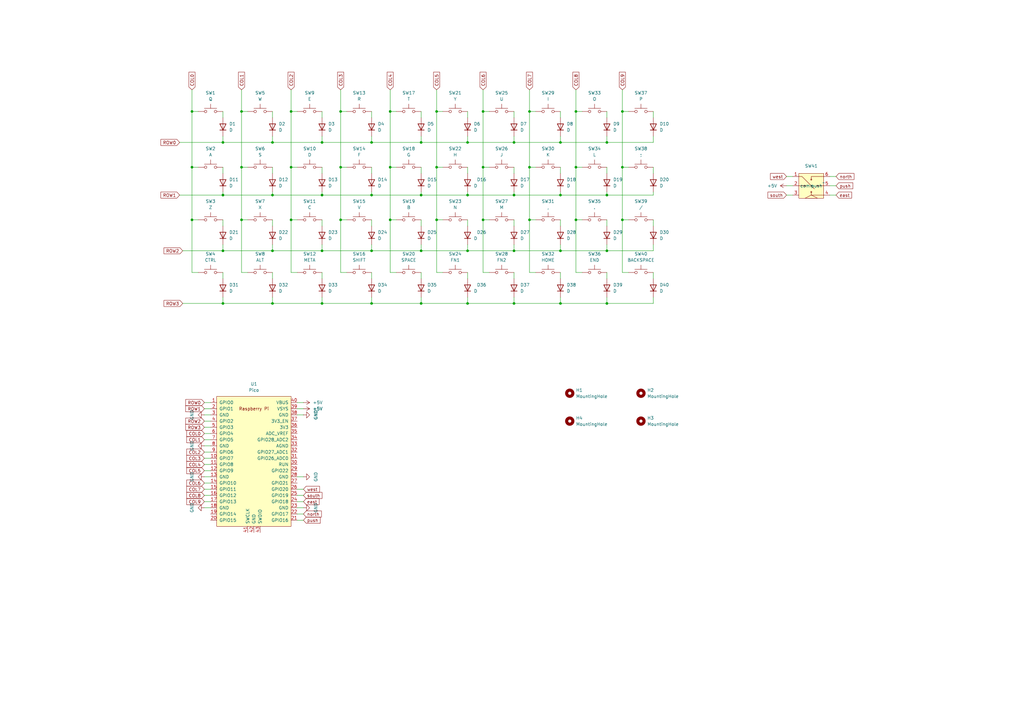
<source format=kicad_sch>
(kicad_sch (version 20250114) (generator "eeschema") (generator_version "9.0")
  (paper "A3")
  (title_block (title "brownberrypi"))
  (junction (at 152.4 58.42))
  (junction (at 248.92 102.87))
  (junction (at 248.92 124.46))
  (junction (at 217.17 90.17))
  (junction (at 255.27 45.72))
  (junction (at 179.07 68.58))
  (junction (at 172.72 80.01))
  (junction (at 132.08 124.46))
  (junction (at 191.77 58.42))
  (junction (at 179.07 90.17))
  (junction (at 91.44 124.46))
  (junction (at 191.77 124.46))
  (junction (at 78.74 45.72))
  (junction (at 78.74 68.58))
  (junction (at 179.07 45.72))
  (junction (at 160.02 68.58))
  (junction (at 152.4 102.87))
  (junction (at 248.92 58.42))
  (junction (at 139.7 68.58))
  (junction (at 132.08 102.87))
  (junction (at 191.77 80.01))
  (junction (at 210.82 102.87))
  (junction (at 191.77 102.87))
  (junction (at 139.7 45.72))
  (junction (at 236.22 68.58))
  (junction (at 111.76 124.46))
  (junction (at 91.44 80.01))
  (junction (at 111.76 80.01))
  (junction (at 198.12 68.58))
  (junction (at 160.02 90.17))
  (junction (at 152.4 124.46))
  (junction (at 119.38 90.17))
  (junction (at 255.27 90.17))
  (junction (at 111.76 58.42))
  (junction (at 236.22 45.72))
  (junction (at 217.17 68.58))
  (junction (at 78.74 90.17))
  (junction (at 229.87 124.46))
  (junction (at 119.38 68.58))
  (junction (at 255.27 68.58))
  (junction (at 111.76 102.87))
  (junction (at 139.7 90.17))
  (junction (at 119.38 45.72))
  (junction (at 229.87 80.01))
  (junction (at 99.06 90.17))
  (junction (at 210.82 58.42))
  (junction (at 132.08 80.01))
  (junction (at 198.12 90.17))
  (junction (at 99.06 68.58))
  (junction (at 172.72 124.46))
  (junction (at 160.02 45.72))
  (junction (at 132.08 58.42))
  (junction (at 217.17 45.72))
  (junction (at 210.82 80.01))
  (junction (at 91.44 58.42))
  (junction (at 229.87 58.42))
  (junction (at 210.82 124.46))
  (junction (at 172.72 102.87))
  (junction (at 152.4 80.01))
  (junction (at 248.92 80.01))
  (junction (at 236.22 90.17))
  (junction (at 99.06 45.72))
  (junction (at 91.44 102.87))
  (junction (at 229.87 102.87))
  (junction (at 198.12 45.72))
  (junction (at 172.72 58.42))
  (wire (pts (xy 121.92 195.58) (xy 124.46 195.58)))
  (wire (pts (xy 91.44 100.33) (xy 91.44 102.87)))
  (wire (pts (xy 111.76 111.76) (xy 111.76 114.3)))
  (wire (pts (xy 111.76 68.58) (xy 111.76 71.12)))
  (wire (pts (xy 322.58 80.01) (xy 325.12 80.01)))
  (wire (pts (xy 83.82 195.58) (xy 86.36 195.58)))
  (wire (pts (xy 83.82 198.12) (xy 86.36 198.12)))
  (wire (pts (xy 119.38 111.76) (xy 121.92 111.76)))
  (wire (pts (xy 121.92 45.72) (xy 119.38 45.72)))
  (wire (pts (xy 229.87 124.46) (xy 210.82 124.46)))
  (wire (pts (xy 340.36 76.2) (xy 342.9 76.2)))
  (wire (pts (xy 172.72 58.42) (xy 191.77 58.42)))
  (wire (pts (xy 267.97 68.58) (xy 267.97 71.12)))
  (wire (pts (xy 248.92 102.87) (xy 267.97 102.87)))
  (wire (pts (xy 229.87 111.76) (xy 229.87 114.3)))
  (wire (pts (xy 160.02 45.72) (xy 162.56 45.72)))
  (wire (pts (xy 191.77 78.74) (xy 191.77 80.01)))
  (wire (pts (xy 179.07 90.17) (xy 179.07 111.76)))
  (wire (pts (xy 99.06 90.17) (xy 99.06 111.76)))
  (wire (pts (xy 91.44 78.74) (xy 91.44 80.01)))
  (wire (pts (xy 132.08 100.33) (xy 132.08 102.87)))
  (wire (pts (xy 152.4 111.76) (xy 152.4 114.3)))
  (wire (pts (xy 229.87 78.74) (xy 229.87 80.01)))
  (wire (pts (xy 119.38 68.58) (xy 121.92 68.58)))
  (wire (pts (xy 179.07 45.72) (xy 179.07 68.58)))
  (wire (pts (xy 83.82 172.72) (xy 86.36 172.72)))
  (wire (pts (xy 91.44 45.72) (xy 91.44 48.26)))
  (wire (pts (xy 152.4 124.46) (xy 132.08 124.46)))
  (wire (pts (xy 99.06 90.17) (xy 101.6 90.17)))
  (wire (pts (xy 132.08 68.58) (xy 132.08 71.12)))
  (wire (pts (xy 236.22 111.76) (xy 238.76 111.76)))
  (wire (pts (xy 198.12 45.72) (xy 198.12 68.58)))
  (wire (pts (xy 111.76 78.74) (xy 111.76 80.01)))
  (wire (pts (xy 111.76 90.17) (xy 111.76 92.71)))
  (wire (pts (xy 91.44 121.92) (xy 91.44 124.46)))
  (wire (pts (xy 83.82 208.28) (xy 86.36 208.28)))
  (wire (pts (xy 198.12 90.17) (xy 200.66 90.17)))
  (wire (pts (xy 229.87 80.01) (xy 248.92 80.01)))
  (wire (pts (xy 121.92 213.36) (xy 124.46 213.36)))
  (wire (pts (xy 172.72 111.76) (xy 172.72 114.3)))
  (wire (pts (xy 132.08 55.88) (xy 132.08 58.42)))
  (wire (pts (xy 121.92 203.2) (xy 124.46 203.2)))
  (wire (pts (xy 198.12 90.17) (xy 198.12 111.76)))
  (wire (pts (xy 160.02 90.17) (xy 162.56 90.17)))
  (wire (pts (xy 172.72 80.01) (xy 191.77 80.01)))
  (wire (pts (xy 191.77 124.46) (xy 172.72 124.46)))
  (wire (pts (xy 78.74 111.76) (xy 81.28 111.76)))
  (wire (pts (xy 83.82 167.64) (xy 86.36 167.64)))
  (wire (pts (xy 217.17 90.17) (xy 219.71 90.17)))
  (wire (pts (xy 198.12 36.83) (xy 198.12 45.72)))
  (wire (pts (xy 267.97 102.87) (xy 267.97 100.33)))
  (wire (pts (xy 132.08 124.46) (xy 111.76 124.46)))
  (wire (pts (xy 255.27 68.58) (xy 255.27 90.17)))
  (wire (pts (xy 248.92 90.17) (xy 248.92 92.71)))
  (wire (pts (xy 111.76 124.46) (xy 91.44 124.46)))
  (wire (pts (xy 152.4 55.88) (xy 152.4 58.42)))
  (wire (pts (xy 152.4 90.17) (xy 152.4 92.71)))
  (wire (pts (xy 160.02 36.83) (xy 160.02 45.72)))
  (wire (pts (xy 255.27 90.17) (xy 257.81 90.17)))
  (wire (pts (xy 179.07 36.83) (xy 179.07 45.72)))
  (wire (pts (xy 152.4 121.92) (xy 152.4 124.46)))
  (wire (pts (xy 210.82 55.88) (xy 210.82 58.42)))
  (wire (pts (xy 78.74 45.72) (xy 81.28 45.72)))
  (wire (pts (xy 78.74 45.72) (xy 78.74 68.58)))
  (wire (pts (xy 179.07 68.58) (xy 181.61 68.58)))
  (wire (pts (xy 248.92 58.42) (xy 267.97 58.42)))
  (wire (pts (xy 83.82 182.88) (xy 86.36 182.88)))
  (wire (pts (xy 267.97 45.72) (xy 267.97 48.26)))
  (wire (pts (xy 191.77 45.72) (xy 191.77 48.26)))
  (wire (pts (xy 78.74 36.83) (xy 78.74 45.72)))
  (wire (pts (xy 139.7 45.72) (xy 139.7 68.58)))
  (wire (pts (xy 255.27 36.83) (xy 255.27 45.72)))
  (wire (pts (xy 248.92 124.46) (xy 267.97 124.46)))
  (wire (pts (xy 179.07 45.72) (xy 181.61 45.72)))
  (wire (pts (xy 248.92 121.92) (xy 248.92 124.46)))
  (wire (pts (xy 83.82 170.18) (xy 86.36 170.18)))
  (wire (pts (xy 99.06 68.58) (xy 101.6 68.58)))
  (wire (pts (xy 217.17 68.58) (xy 219.71 68.58)))
  (wire (pts (xy 229.87 45.72) (xy 229.87 48.26)))
  (wire (pts (xy 132.08 80.01) (xy 152.4 80.01)))
  (wire (pts (xy 152.4 68.58) (xy 152.4 71.12)))
  (wire (pts (xy 152.4 100.33) (xy 152.4 102.87)))
  (wire (pts (xy 255.27 45.72) (xy 257.81 45.72)))
  (wire (pts (xy 248.92 111.76) (xy 248.92 114.3)))
  (wire (pts (xy 152.4 102.87) (xy 172.72 102.87)))
  (wire (pts (xy 229.87 58.42) (xy 248.92 58.42)))
  (wire (pts (xy 236.22 68.58) (xy 238.76 68.58)))
  (wire (pts (xy 255.27 68.58) (xy 257.81 68.58)))
  (wire (pts (xy 83.82 200.66) (xy 86.36 200.66)))
  (wire (pts (xy 152.4 80.01) (xy 172.72 80.01)))
  (wire (pts (xy 172.72 45.72) (xy 172.72 48.26)))
  (wire (pts (xy 172.72 124.46) (xy 152.4 124.46)))
  (wire (pts (xy 139.7 90.17) (xy 142.24 90.17)))
  (wire (pts (xy 210.82 80.01) (xy 229.87 80.01)))
  (wire (pts (xy 229.87 102.87) (xy 248.92 102.87)))
  (wire (pts (xy 111.76 58.42) (xy 132.08 58.42)))
  (wire (pts (xy 172.72 78.74) (xy 172.72 80.01)))
  (wire (pts (xy 152.4 45.72) (xy 152.4 48.26)))
  (wire (pts (xy 210.82 102.87) (xy 229.87 102.87)))
  (wire (pts (xy 179.07 111.76) (xy 181.61 111.76)))
  (wire (pts (xy 99.06 111.76) (xy 101.6 111.76)))
  (wire (pts (xy 139.7 90.17) (xy 139.7 111.76)))
  (wire (pts (xy 132.08 78.74) (xy 132.08 80.01)))
  (wire (pts (xy 91.44 102.87) (xy 111.76 102.87)))
  (wire (pts (xy 236.22 90.17) (xy 238.76 90.17)))
  (wire (pts (xy 132.08 102.87) (xy 152.4 102.87)))
  (wire (pts (xy 132.08 90.17) (xy 132.08 92.71)))
  (wire (pts (xy 78.74 68.58) (xy 78.74 90.17)))
  (wire (pts (xy 191.77 80.01) (xy 210.82 80.01)))
  (wire (pts (xy 172.72 55.88) (xy 172.72 58.42)))
  (wire (pts (xy 119.38 68.58) (xy 119.38 90.17)))
  (wire (pts (xy 83.82 187.96) (xy 86.36 187.96)))
  (wire (pts (xy 236.22 90.17) (xy 236.22 111.76)))
  (wire (pts (xy 248.92 80.01) (xy 267.97 80.01)))
  (wire (pts (xy 83.82 180.34) (xy 86.36 180.34)))
  (wire (pts (xy 139.7 68.58) (xy 139.7 90.17)))
  (wire (pts (xy 160.02 68.58) (xy 160.02 90.17)))
  (wire (pts (xy 121.92 200.66) (xy 124.46 200.66)))
  (wire (pts (xy 236.22 36.83) (xy 236.22 45.72)))
  (wire (pts (xy 83.82 205.74) (xy 86.36 205.74)))
  (wire (pts (xy 121.92 167.64) (xy 124.46 167.64)))
  (wire (pts (xy 121.92 208.28) (xy 124.46 208.28)))
  (wire (pts (xy 119.38 45.72) (xy 119.38 68.58)))
  (wire (pts (xy 267.97 90.17) (xy 267.97 92.71)))
  (wire (pts (xy 236.22 45.72) (xy 238.76 45.72)))
  (wire (pts (xy 121.92 205.74) (xy 124.46 205.74)))
  (wire (pts (xy 132.08 58.42) (xy 152.4 58.42)))
  (wire (pts (xy 139.7 36.83) (xy 139.7 45.72)))
  (wire (pts (xy 91.44 58.42) (xy 111.76 58.42)))
  (wire (pts (xy 78.74 68.58) (xy 81.28 68.58)))
  (wire (pts (xy 217.17 68.58) (xy 217.17 90.17)))
  (wire (pts (xy 111.76 102.87) (xy 132.08 102.87)))
  (wire (pts (xy 111.76 80.01) (xy 132.08 80.01)))
  (wire (pts (xy 217.17 36.83) (xy 217.17 45.72)))
  (wire (pts (xy 99.06 36.83) (xy 99.06 45.72)))
  (wire (pts (xy 83.82 175.26) (xy 86.36 175.26)))
  (wire (pts (xy 83.82 190.5) (xy 86.36 190.5)))
  (wire (pts (xy 119.38 90.17) (xy 119.38 111.76)))
  (wire (pts (xy 248.92 55.88) (xy 248.92 58.42)))
  (wire (pts (xy 83.82 165.1) (xy 86.36 165.1)))
  (wire (pts (xy 160.02 111.76) (xy 162.56 111.76)))
  (wire (pts (xy 210.82 100.33) (xy 210.82 102.87)))
  (wire (pts (xy 267.97 111.76) (xy 267.97 114.3)))
  (wire (pts (xy 74.93 102.87) (xy 91.44 102.87)))
  (wire (pts (xy 217.17 45.72) (xy 219.71 45.72)))
  (wire (pts (xy 267.97 58.42) (xy 267.97 55.88)))
  (wire (pts (xy 210.82 124.46) (xy 191.77 124.46)))
  (wire (pts (xy 229.87 121.92) (xy 229.87 124.46)))
  (wire (pts (xy 255.27 45.72) (xy 255.27 68.58)))
  (wire (pts (xy 111.76 55.88) (xy 111.76 58.42)))
  (wire (pts (xy 83.82 193.04) (xy 86.36 193.04)))
  (wire (pts (xy 191.77 58.42) (xy 210.82 58.42)))
  (wire (pts (xy 78.74 90.17) (xy 81.28 90.17)))
  (wire (pts (xy 248.92 124.46) (xy 229.87 124.46)))
  (wire (pts (xy 91.44 90.17) (xy 91.44 92.71)))
  (wire (pts (xy 210.82 45.72) (xy 210.82 48.26)))
  (wire (pts (xy 217.17 111.76) (xy 219.71 111.76)))
  (wire (pts (xy 99.06 45.72) (xy 99.06 68.58)))
  (wire (pts (xy 340.36 80.01) (xy 342.9 80.01)))
  (wire (pts (xy 267.97 121.92) (xy 267.97 124.46)))
  (wire (pts (xy 210.82 90.17) (xy 210.82 92.71)))
  (wire (pts (xy 340.36 72.39) (xy 342.9 72.39)))
  (wire (pts (xy 172.72 100.33) (xy 172.72 102.87)))
  (wire (pts (xy 139.7 68.58) (xy 142.24 68.58)))
  (wire (pts (xy 210.82 68.58) (xy 210.82 71.12)))
  (wire (pts (xy 248.92 45.72) (xy 248.92 48.26)))
  (wire (pts (xy 111.76 45.72) (xy 111.76 48.26)))
  (wire (pts (xy 255.27 90.17) (xy 255.27 111.76)))
  (wire (pts (xy 160.02 90.17) (xy 160.02 111.76)))
  (wire (pts (xy 160.02 68.58) (xy 162.56 68.58)))
  (wire (pts (xy 191.77 55.88) (xy 191.77 58.42)))
  (wire (pts (xy 229.87 90.17) (xy 229.87 92.71)))
  (wire (pts (xy 322.58 76.2) (xy 325.12 76.2)))
  (wire (pts (xy 210.82 121.92) (xy 210.82 124.46)))
  (wire (pts (xy 248.92 78.74) (xy 248.92 80.01)))
  (wire (pts (xy 210.82 111.76) (xy 210.82 114.3)))
  (wire (pts (xy 191.77 102.87) (xy 210.82 102.87)))
  (wire (pts (xy 73.66 80.01) (xy 91.44 80.01)))
  (wire (pts (xy 172.72 68.58) (xy 172.72 71.12)))
  (wire (pts (xy 91.44 111.76) (xy 91.44 114.3)))
  (wire (pts (xy 83.82 203.2) (xy 86.36 203.2)))
  (wire (pts (xy 91.44 55.88) (xy 91.44 58.42)))
  (wire (pts (xy 101.6 45.72) (xy 99.06 45.72)))
  (wire (pts (xy 191.77 68.58) (xy 191.77 71.12)))
  (wire (pts (xy 172.72 90.17) (xy 172.72 92.71)))
  (wire (pts (xy 121.92 170.18) (xy 124.46 170.18)))
  (wire (pts (xy 229.87 68.58) (xy 229.87 71.12)))
  (wire (pts (xy 255.27 111.76) (xy 257.81 111.76)))
  (wire (pts (xy 83.82 177.8) (xy 86.36 177.8)))
  (wire (pts (xy 267.97 80.01) (xy 267.97 78.74)))
  (wire (pts (xy 74.93 124.46) (xy 91.44 124.46)))
  (wire (pts (xy 200.66 45.72) (xy 198.12 45.72)))
  (wire (pts (xy 229.87 100.33) (xy 229.87 102.87)))
  (wire (pts (xy 198.12 68.58) (xy 200.66 68.58)))
  (wire (pts (xy 191.77 90.17) (xy 191.77 92.71)))
  (wire (pts (xy 217.17 90.17) (xy 217.17 111.76)))
  (wire (pts (xy 248.92 100.33) (xy 248.92 102.87)))
  (wire (pts (xy 210.82 78.74) (xy 210.82 80.01)))
  (wire (pts (xy 132.08 111.76) (xy 132.08 114.3)))
  (wire (pts (xy 132.08 121.92) (xy 132.08 124.46)))
  (wire (pts (xy 121.92 90.17) (xy 119.38 90.17)))
  (wire (pts (xy 229.87 55.88) (xy 229.87 58.42)))
  (wire (pts (xy 139.7 45.72) (xy 142.24 45.72)))
  (wire (pts (xy 236.22 45.72) (xy 236.22 68.58)))
  (wire (pts (xy 132.08 45.72) (xy 132.08 48.26)))
  (wire (pts (xy 111.76 121.92) (xy 111.76 124.46)))
  (wire (pts (xy 152.4 58.42) (xy 172.72 58.42)))
  (wire (pts (xy 198.12 111.76) (xy 200.66 111.76)))
  (wire (pts (xy 119.38 36.83) (xy 119.38 45.72)))
  (wire (pts (xy 191.77 100.33) (xy 191.77 102.87)))
  (wire (pts (xy 99.06 68.58) (xy 99.06 90.17)))
  (wire (pts (xy 91.44 80.01) (xy 111.76 80.01)))
  (wire (pts (xy 121.92 165.1) (xy 124.46 165.1)))
  (wire (pts (xy 210.82 58.42) (xy 229.87 58.42)))
  (wire (pts (xy 152.4 78.74) (xy 152.4 80.01)))
  (wire (pts (xy 121.92 210.82) (xy 124.46 210.82)))
  (wire (pts (xy 111.76 100.33) (xy 111.76 102.87)))
  (wire (pts (xy 78.74 90.17) (xy 78.74 111.76)))
  (wire (pts (xy 83.82 185.42) (xy 86.36 185.42)))
  (wire (pts (xy 160.02 45.72) (xy 160.02 68.58)))
  (wire (pts (xy 236.22 68.58) (xy 236.22 90.17)))
  (wire (pts (xy 191.77 111.76) (xy 191.77 114.3)))
  (wire (pts (xy 179.07 68.58) (xy 179.07 90.17)))
  (wire (pts (xy 91.44 68.58) (xy 91.44 71.12)))
  (wire (pts (xy 172.72 121.92) (xy 172.72 124.46)))
  (wire (pts (xy 179.07 90.17) (xy 181.61 90.17)))
  (wire (pts (xy 248.92 68.58) (xy 248.92 71.12)))
  (wire (pts (xy 322.58 72.39) (xy 325.12 72.39)))
  (wire (pts (xy 139.7 111.76) (xy 142.24 111.76)))
  (wire (pts (xy 73.66 58.42) (xy 91.44 58.42)))
  (wire (pts (xy 191.77 121.92) (xy 191.77 124.46)))
  (wire (pts (xy 172.72 102.87) (xy 191.77 102.87)))
  (wire (pts (xy 217.17 45.72) (xy 217.17 68.58)))
  (wire (pts (xy 198.12 68.58) (xy 198.12 90.17)))
  (global_label "COL4" (shape input) (at 83.82 190.5 180) (property "Intersheetrefs" "${INTERSHEET_REFS}" (effects (hide yes))))
  (global_label "ROW1" (shape input) (at 83.82 167.64 180) (property "Intersheetrefs" "${INTERSHEET_REFS}" (effects (hide yes))))
  (global_label "east" (shape input) (at 124.46 205.74 0) (property "Intersheetrefs" "${INTERSHEET_REFS}" (effects (hide yes))))
  (global_label "ROW0" (shape input) (at 83.82 165.1 180) (property "Intersheetrefs" "${INTERSHEET_REFS}" (effects (hide yes))))
  (global_label "COL9" (shape input) (at 83.82 205.74 180) (property "Intersheetrefs" "${INTERSHEET_REFS}" (effects (hide yes))))
  (global_label "COL8" (shape input) (at 236.22 36.83 90) (property "Intersheetrefs" "${INTERSHEET_REFS}" (effects (hide yes))))
  (global_label "COL6" (shape input) (at 198.12 36.83 90) (property "Intersheetrefs" "${INTERSHEET_REFS}" (effects (hide yes))))
  (global_label "COL8" (shape input) (at 83.82 203.2 180) (property "Intersheetrefs" "${INTERSHEET_REFS}" (effects (hide yes))))
  (global_label "ROW3" (shape input) (at 74.93 124.46 180) (property "Intersheetrefs" "${INTERSHEET_REFS}" (effects (hide yes))))
  (global_label "COL3" (shape input) (at 83.82 187.96 180) (property "Intersheetrefs" "${INTERSHEET_REFS}" (effects (hide yes))))
  (global_label "ROW2" (shape input) (at 74.93 102.87 180) (property "Intersheetrefs" "${INTERSHEET_REFS}" (effects (hide yes))))
  (global_label "ROW1" (shape input) (at 73.66 80.01 180) (property "Intersheetrefs" "${INTERSHEET_REFS}" (effects (hide yes))))
  (global_label "south" (shape input) (at 124.46 203.2 0) (property "Intersheetrefs" "${INTERSHEET_REFS}" (effects (hide yes))))
  (global_label "COL7" (shape input) (at 83.82 200.66 180) (property "Intersheetrefs" "${INTERSHEET_REFS}" (effects (hide yes))))
  (global_label "COL7" (shape input) (at 217.17 36.83 90) (property "Intersheetrefs" "${INTERSHEET_REFS}" (effects (hide yes))))
  (global_label "push" (shape input) (at 124.46 213.36 0) (property "Intersheetrefs" "${INTERSHEET_REFS}" (effects (hide yes))))
  (global_label "push" (shape input) (at 342.9 76.2 0) (property "Intersheetrefs" "${INTERSHEET_REFS}" (effects (hide yes))))
  (global_label "ROW0" (shape input) (at 73.66 58.42 180) (property "Intersheetrefs" "${INTERSHEET_REFS}" (effects (hide yes))))
  (global_label "COL1" (shape input) (at 99.06 36.83 90) (property "Intersheetrefs" "${INTERSHEET_REFS}" (effects (hide yes))))
  (global_label "north" (shape input) (at 342.9 72.39 0) (property "Intersheetrefs" "${INTERSHEET_REFS}" (effects (hide yes))))
  (global_label "ROW3" (shape input) (at 83.82 175.26 180) (property "Intersheetrefs" "${INTERSHEET_REFS}" (effects (hide yes))))
  (global_label "ROW2" (shape input) (at 83.82 172.72 180) (property "Intersheetrefs" "${INTERSHEET_REFS}" (effects (hide yes))))
  (global_label "COL1" (shape input) (at 83.82 180.34 180) (property "Intersheetrefs" "${INTERSHEET_REFS}" (effects (hide yes))))
  (global_label "west" (shape input) (at 322.58 72.39 180) (property "Intersheetrefs" "${INTERSHEET_REFS}" (effects (hide yes))))
  (global_label "COL9" (shape input) (at 255.27 36.83 90) (property "Intersheetrefs" "${INTERSHEET_REFS}" (effects (hide yes))))
  (global_label "COL0" (shape input) (at 78.74 36.83 90) (property "Intersheetrefs" "${INTERSHEET_REFS}" (effects (hide yes))))
  (global_label "COL2" (shape input) (at 119.38 36.83 90) (property "Intersheetrefs" "${INTERSHEET_REFS}" (effects (hide yes))))
  (global_label "COL5" (shape input) (at 83.82 193.04 180) (property "Intersheetrefs" "${INTERSHEET_REFS}" (effects (hide yes))))
  (global_label "COL0" (shape input) (at 83.82 177.8 180) (property "Intersheetrefs" "${INTERSHEET_REFS}" (effects (hide yes))))
  (global_label "COL6" (shape input) (at 83.82 198.12 180) (property "Intersheetrefs" "${INTERSHEET_REFS}" (effects (hide yes))))
  (global_label "south" (shape input) (at 322.58 80.01 180) (property "Intersheetrefs" "${INTERSHEET_REFS}" (effects (hide yes))))
  (global_label "COL5" (shape input) (at 179.07 36.83 90) (property "Intersheetrefs" "${INTERSHEET_REFS}" (effects (hide yes))))
  (global_label "west" (shape input) (at 124.46 200.66 0) (property "Intersheetrefs" "${INTERSHEET_REFS}" (effects (hide yes))))
  (global_label "COL3" (shape input) (at 139.7 36.83 90) (property "Intersheetrefs" "${INTERSHEET_REFS}" (effects (hide yes))))
  (global_label "east" (shape input) (at 342.9 80.01 0) (property "Intersheetrefs" "${INTERSHEET_REFS}" (effects (hide yes))))
  (global_label "north" (shape input) (at 124.46 210.82 0) (property "Intersheetrefs" "${INTERSHEET_REFS}" (effects (hide yes))))
  (global_label "COL2" (shape input) (at 83.82 185.42 180) (property "Intersheetrefs" "${INTERSHEET_REFS}" (effects (hide yes))))
  (global_label "COL4" (shape input) (at 160.02 36.83 90) (property "Intersheetrefs" "${INTERSHEET_REFS}" (effects (hide yes))))
  (symbol (lib_id "Switch:SW_Push") (at 127 111.76 0) (unit 1)
    (property "Reference" "SW12" (at 127 104.14 0))
    (property "Value" "META" (at 127 106.68 0))
    (property "Footprint" "HomebrewRPIPico:SW_Push_1P1T_XKB_TS-1187A" (effects (hide yes)))
    (property "Description" "Push button switch, generic, two pins" (effects (hide yes)))
  )
  (symbol (lib_id "Device:D") (at 210.82 96.52 90) (unit 1)
    (property "Reference" "D27" (at 213.36 95.2499 90) (effects (justify right)))
    (property "Value" "D" (at 213.36 97.7899 90) (effects (justify right)))
    (property "Footprint" "Diode_SMD:D_SOD-123" (effects (hide yes)))
    (property "Description" "Diode" (effects (hide yes)))
    (property "Sim.Device" "D" (effects (hide yes)))
    (property "Sim.Pins" "1=K 2=A" (effects (hide yes)))
  )
  (symbol (lib_id "Device:D") (at 191.77 118.11 90) (unit 1)
    (property "Reference" "D36" (at 195.58 116.8399 90) (effects (justify right)))
    (property "Value" "D" (at 194.31 119.3799 90) (effects (justify right)))
    (property "Footprint" "Diode_SMD:D_SOD-123" (effects (hide yes)))
    (property "Description" "Diode" (effects (hide yes)))
    (property "Sim.Device" "D" (effects (hide yes)))
    (property "Sim.Pins" "1=K 2=A" (effects (hide yes)))
  )
  (symbol (lib_id "Device:D") (at 172.72 118.11 90) (unit 1)
    (property "Reference" "D35" (at 175.26 116.8399 90) (effects (justify right)))
    (property "Value" "D" (at 175.26 119.3799 90) (effects (justify right)))
    (property "Footprint" "Diode_SMD:D_SOD-123" (effects (hide yes)))
    (property "Description" "Diode" (effects (hide yes)))
    (property "Sim.Device" "D" (effects (hide yes)))
    (property "Sim.Pins" "1=K 2=A" (effects (hide yes)))
  )
  (symbol (lib_id "Device:D") (at 229.87 96.52 90) (unit 1)
    (property "Reference" "D28" (at 232.41 95.2499 90) (effects (justify right)))
    (property "Value" "D" (at 232.41 97.7899 90) (effects (justify right)))
    (property "Footprint" "Diode_SMD:D_SOD-123" (effects (hide yes)))
    (property "Description" "Diode" (effects (hide yes)))
    (property "Sim.Device" "D" (effects (hide yes)))
    (property "Sim.Pins" "1=K 2=A" (effects (hide yes)))
  )
  (symbol (lib_id "Device:D") (at 111.76 118.11 90) (unit 1)
    (property "Reference" "D32" (at 114.3 116.8399 90) (effects (justify right)))
    (property "Value" "D" (at 114.3 119.3799 90) (effects (justify right)))
    (property "Footprint" "Diode_SMD:D_SOD-123" (effects (hide yes)))
    (property "Description" "Diode" (effects (hide yes)))
    (property "Sim.Device" "D" (effects (hide yes)))
    (property "Sim.Pins" "1=K 2=A" (effects (hide yes)))
  )
  (symbol (lib_id "Switch:SW_Push") (at 205.74 68.58 0) (unit 1)
    (property "Reference" "SW26" (at 205.74 60.96 0))
    (property "Value" "J" (at 205.74 63.5 0))
    (property "Footprint" "HomebrewRPIPico:SW_Push_1P1T_XKB_TS-1187A" (effects (hide yes)))
    (property "Description" "Push button switch, generic, two pins" (effects (hide yes)))
  )
  (symbol (lib_id "Device:D") (at 248.92 96.52 90) (unit 1)
    (property "Reference" "D29" (at 251.46 95.2499 90) (effects (justify right)))
    (property "Value" "D" (at 251.46 97.7899 90) (effects (justify right)))
    (property "Footprint" "Diode_SMD:D_SOD-123" (effects (hide yes)))
    (property "Description" "Diode" (effects (hide yes)))
    (property "Sim.Device" "D" (effects (hide yes)))
    (property "Sim.Pins" "1=K 2=A" (effects (hide yes)))
  )
  (symbol (lib_id "Device:D") (at 132.08 52.07 90) (unit 1)
    (property "Reference" "D3" (at 134.62 50.7999 90) (effects (justify right)))
    (property "Value" "D" (at 134.62 53.3399 90) (effects (justify right)))
    (property "Footprint" "Diode_SMD:D_SOD-123" (effects (hide yes)))
    (property "Description" "Diode" (effects (hide yes)))
    (property "Sim.Device" "D" (effects (hide yes)))
    (property "Sim.Pins" "1=K 2=A" (effects (hide yes)))
  )
  (symbol (lib_id "power:GND") (at 124.46 195.58 90) (mirror x) (unit 1)
    (property "Reference" "#PWR07" (effects (hide yes)))
    (property "Value" "GND" (at 129.54 195.58 0))
    (property "Description" "Power symbol creates a global label with name \"GND\" , ground" (effects (hide yes)))
  )
  (symbol (lib_id "Device:D") (at 172.72 74.93 90) (unit 1)
    (property "Reference" "D15" (at 175.26 73.6599 90) (effects (justify right)))
    (property "Value" "D" (at 175.26 76.1999 90) (effects (justify right)))
    (property "Footprint" "Diode_SMD:D_SOD-123" (effects (hide yes)))
    (property "Description" "Diode" (effects (hide yes)))
    (property "Sim.Device" "D" (effects (hide yes)))
    (property "Sim.Pins" "1=K 2=A" (effects (hide yes)))
  )
  (symbol (lib_id "Switch:SW_Push") (at 147.32 111.76 0) (unit 1)
    (property "Reference" "SW16" (at 147.32 104.14 0))
    (property "Value" "SHIFT" (at 147.32 106.68 0))
    (property "Footprint" "HomebrewRPIPico:SW_Push_1P1T_XKB_TS-1187A" (effects (hide yes)))
    (property "Description" "Push button switch, generic, two pins" (effects (hide yes)))
  )
  (symbol (lib_id "Switch:SW_Push") (at 147.32 90.17 0) (unit 1)
    (property "Reference" "SW15" (at 147.32 82.55 0))
    (property "Value" "V" (at 147.32 85.09 0))
    (property "Footprint" "HomebrewRPIPico:SW_Push_1P1T_XKB_TS-1187A" (effects (hide yes)))
    (property "Description" "Push button switch, generic, two pins" (effects (hide yes)))
  )
  (symbol (lib_id "Switch:SW_Push") (at 186.69 90.17 0) (unit 1)
    (property "Reference" "SW23" (at 186.69 82.55 0))
    (property "Value" "N" (at 186.69 85.09 0))
    (property "Footprint" "HomebrewRPIPico:SW_Push_1P1T_XKB_TS-1187A" (effects (hide yes)))
    (property "Description" "Push button switch, generic, two pins" (effects (hide yes)))
  )
  (symbol (lib_id "Device:D") (at 267.97 96.52 90) (unit 1)
    (property "Reference" "D30" (at 270.51 95.2499 90) (effects (justify right)))
    (property "Value" "D" (at 270.51 97.7899 90) (effects (justify right)))
    (property "Footprint" "Diode_SMD:D_SOD-123" (effects (hide yes)))
    (property "Description" "Diode" (effects (hide yes)))
    (property "Sim.Device" "D" (effects (hide yes)))
    (property "Sim.Pins" "1=K 2=A" (effects (hide yes)))
  )
  (symbol (lib_id "Switch:SW_Push") (at 205.74 45.72 0) (unit 1)
    (property "Reference" "SW25" (at 205.74 38.1 0))
    (property "Value" "U" (at 205.74 40.64 0))
    (property "Footprint" "HomebrewRPIPico:SW_Push_1P1T_XKB_TS-1187A" (effects (hide yes)))
    (property "Description" "Push button switch, generic, two pins" (effects (hide yes)))
  )
  (symbol (lib_id "Switch:SW_Push") (at 262.89 45.72 0) (unit 1)
    (property "Reference" "SW37" (at 262.89 38.1 0))
    (property "Value" "P" (at 262.89 40.64 0))
    (property "Footprint" "HomebrewRPIPico:SW_Push_1P1T_XKB_TS-1187A" (effects (hide yes)))
    (property "Description" "Push button switch, generic, two pins" (effects (hide yes)))
  )
  (symbol (lib_id "power:+5V") (at 124.46 165.1 270) (unit 1)
    (property "Reference" "#PWR09" (effects (hide yes)))
    (property "Value" "+5V" (at 128.27 165.0999 90) (effects (justify left)))
    (property "Description" "Power symbol creates a global label with name \"+5V\"" (effects (hide yes)))
  )
  (symbol (lib_id "Switch:SW_Push") (at 262.89 111.76 0) (unit 1)
    (property "Reference" "SW40" (at 262.89 104.14 0))
    (property "Value" "BACKSPACE" (at 262.89 106.68 0))
    (property "Footprint" "HomebrewRPIPico:SW_Push_1P1T_XKB_TS-1187A" (effects (hide yes)))
    (property "Description" "Push button switch, generic, two pins" (effects (hide yes)))
  )
  (symbol (lib_id "Switch:SW_Push") (at 167.64 68.58 0) (unit 1)
    (property "Reference" "SW18" (at 167.64 60.96 0))
    (property "Value" "G" (at 167.64 63.5 0))
    (property "Footprint" "HomebrewRPIPico:SW_Push_1P1T_XKB_TS-1187A" (effects (hide yes)))
    (property "Description" "Push button switch, generic, two pins" (effects (hide yes)))
  )
  (symbol (lib_id "Device:D") (at 267.97 118.11 90) (unit 1)
    (property "Reference" "D40" (at 270.51 116.8399 90) (effects (justify right)))
    (property "Value" "D" (at 270.51 119.3799 90) (effects (justify right)))
    (property "Footprint" "Diode_SMD:D_SOD-123" (effects (hide yes)))
    (property "Description" "Diode" (effects (hide yes)))
    (property "Sim.Device" "D" (effects (hide yes)))
    (property "Sim.Pins" "1=K 2=A" (effects (hide yes)))
  )
  (symbol (lib_id "Device:D") (at 210.82 52.07 90) (unit 1)
    (property "Reference" "D7" (at 213.36 50.7999 90) (effects (justify right)))
    (property "Value" "D" (at 213.36 53.3399 90) (effects (justify right)))
    (property "Footprint" "Diode_SMD:D_SOD-123" (effects (hide yes)))
    (property "Description" "Diode" (effects (hide yes)))
    (property "Sim.Device" "D" (effects (hide yes)))
    (property "Sim.Pins" "1=K 2=A" (effects (hide yes)))
  )
  (symbol (lib_id "Mechanical:MountingHole") (at 233.68 172.72 0) (unit 1) (in_bom no)
    (property "Reference" "H4" (at 236.22 171.4499 0) (effects (justify left)))
    (property "Value" "MountingHole" (at 236.22 173.9899 0) (effects (justify left)))
    (property "Footprint" "MountingHole:MountingHole_2.1mm" (effects (hide yes)))
    (property "Description" "Mounting Hole without connection" (effects (hide yes)))
  )
  (symbol (lib_id "Device:D") (at 191.77 52.07 90) (unit 1)
    (property "Reference" "D6" (at 194.31 50.7999 90) (effects (justify right)))
    (property "Value" "D" (at 194.31 53.3399 90) (effects (justify right)))
    (property "Footprint" "Diode_SMD:D_SOD-123" (effects (hide yes)))
    (property "Description" "Diode" (effects (hide yes)))
    (property "Sim.Device" "D" (effects (hide yes)))
    (property "Sim.Pins" "1=K 2=A" (effects (hide yes)))
  )
  (symbol (lib_id "5-way_switch:5-way_switch") (at 332.74 76.2 0) (unit 1)
    (property "Reference" "SW41" (at 332.74 68.072 0))
    (property "Value" "~" (at 337.82 74.93 0))
    (property "Footprint" "5-way_switch:7x7x5_5-way_switch" (effects (hide yes)))
  )
  (symbol (lib_id "power:+5V") (at 322.58 76.2 90) (unit 1)
    (property "Reference" "#PWR011" (effects (hide yes)))
    (property "Value" "+5V" (at 318.77 76.1999 90) (effects (justify left)))
    (property "Description" "Power symbol creates a global label with name \"+5V\"" (effects (hide yes)))
  )
  (symbol (lib_id "power:GND") (at 83.82 182.88 270) (mirror x) (unit 1)
    (property "Reference" "#PWR03" (effects (hide yes)))
    (property "Value" "GND" (at 78.74 182.88 0))
    (property "Description" "Power symbol creates a global label with name \"GND\" , ground" (effects (hide yes)))
  )
  (symbol (lib_id "Switch:SW_Push") (at 224.79 111.76 0) (unit 1)
    (property "Reference" "SW32" (at 224.79 104.14 0))
    (property "Value" "HOME" (at 224.79 106.68 0))
    (property "Footprint" "HomebrewRPIPico:SW_Push_1P1T_XKB_TS-1187A" (effects (hide yes)))
    (property "Description" "Push button switch, generic, two pins" (effects (hide yes)))
  )
  (symbol (lib_id "Switch:SW_Push") (at 127 68.58 0) (unit 1)
    (property "Reference" "SW10" (at 127 60.96 0))
    (property "Value" "D" (at 127 63.5 0))
    (property "Footprint" "HomebrewRPIPico:SW_Push_1P1T_XKB_TS-1187A" (effects (hide yes)))
    (property "Description" "Push button switch, generic, two pins" (effects (hide yes)))
  )
  (symbol (lib_id "Device:D") (at 132.08 118.11 90) (unit 1)
    (property "Reference" "D33" (at 134.62 116.8399 90) (effects (justify right)))
    (property "Value" "D" (at 134.62 119.3799 90) (effects (justify right)))
    (property "Footprint" "Diode_SMD:D_SOD-123" (effects (hide yes)))
    (property "Description" "Diode" (effects (hide yes)))
    (property "Sim.Device" "D" (effects (hide yes)))
    (property "Sim.Pins" "1=K 2=A" (effects (hide yes)))
  )
  (symbol (lib_id "Device:D") (at 229.87 118.11 90) (unit 1)
    (property "Reference" "D38" (at 232.41 116.8399 90) (effects (justify right)))
    (property "Value" "D" (at 232.41 119.3799 90) (effects (justify right)))
    (property "Footprint" "Diode_SMD:D_SOD-123" (effects (hide yes)))
    (property "Description" "Diode" (effects (hide yes)))
    (property "Sim.Device" "D" (effects (hide yes)))
    (property "Sim.Pins" "1=K 2=A" (effects (hide yes)))
  )
  (symbol (lib_id "Device:D") (at 191.77 74.93 90) (unit 1)
    (property "Reference" "D16" (at 195.58 73.6599 90) (effects (justify right)))
    (property "Value" "D" (at 194.31 76.1999 90) (effects (justify right)))
    (property "Footprint" "Diode_SMD:D_SOD-123" (effects (hide yes)))
    (property "Description" "Diode" (effects (hide yes)))
    (property "Sim.Device" "D" (effects (hide yes)))
    (property "Sim.Pins" "1=K 2=A" (effects (hide yes)))
  )
  (symbol (lib_id "Device:D") (at 248.92 74.93 90) (unit 1)
    (property "Reference" "D19" (at 251.46 73.6599 90) (effects (justify right)))
    (property "Value" "D" (at 251.46 76.1999 90) (effects (justify right)))
    (property "Footprint" "Diode_SMD:D_SOD-123" (effects (hide yes)))
    (property "Description" "Diode" (effects (hide yes)))
    (property "Sim.Device" "D" (effects (hide yes)))
    (property "Sim.Pins" "1=K 2=A" (effects (hide yes)))
  )
  (symbol (lib_id "Switch:SW_Push") (at 167.64 90.17 0) (unit 1)
    (property "Reference" "SW19" (at 167.64 82.55 0))
    (property "Value" "B" (at 167.64 85.09 0))
    (property "Footprint" "HomebrewRPIPico:SW_Push_1P1T_XKB_TS-1187A" (effects (hide yes)))
    (property "Description" "Push button switch, generic, two pins" (effects (hide yes)))
  )
  (symbol (lib_id "Device:D") (at 111.76 52.07 90) (unit 1)
    (property "Reference" "D2" (at 114.3 50.7999 90) (effects (justify right)))
    (property "Value" "D" (at 114.3 53.3399 90) (effects (justify right)))
    (property "Footprint" "Diode_SMD:D_SOD-123" (effects (hide yes)))
    (property "Description" "Diode" (effects (hide yes)))
    (property "Sim.Device" "D" (effects (hide yes)))
    (property "Sim.Pins" "1=K 2=A" (effects (hide yes)))
  )
  (symbol (lib_id "Device:D") (at 132.08 96.52 90) (unit 1)
    (property "Reference" "D23" (at 134.62 95.2499 90) (effects (justify right)))
    (property "Value" "D" (at 134.62 97.7899 90) (effects (justify right)))
    (property "Footprint" "Diode_SMD:D_SOD-123" (effects (hide yes)))
    (property "Description" "Diode" (effects (hide yes)))
    (property "Sim.Device" "D" (effects (hide yes)))
    (property "Sim.Pins" "1=K 2=A" (effects (hide yes)))
  )
  (symbol (lib_id "Switch:SW_Push") (at 147.32 68.58 0) (unit 1)
    (property "Reference" "SW14" (at 147.32 60.96 0))
    (property "Value" "F" (at 147.32 63.5 0))
    (property "Footprint" "HomebrewRPIPico:SW_Push_1P1T_XKB_TS-1187A" (effects (hide yes)))
    (property "Description" "Push button switch, generic, two pins" (effects (hide yes)))
  )
  (symbol (lib_id "Device:D") (at 210.82 74.93 90) (unit 1)
    (property "Reference" "D17" (at 213.36 73.6599 90) (effects (justify right)))
    (property "Value" "D" (at 213.36 76.1999 90) (effects (justify right)))
    (property "Footprint" "Diode_SMD:D_SOD-123" (effects (hide yes)))
    (property "Description" "Diode" (effects (hide yes)))
    (property "Sim.Device" "D" (effects (hide yes)))
    (property "Sim.Pins" "1=K 2=A" (effects (hide yes)))
  )
  (symbol (lib_id "Mechanical:MountingHole") (at 262.89 172.72 0) (unit 1) (in_bom no)
    (property "Reference" "H3" (at 265.43 171.4499 0) (effects (justify left)))
    (property "Value" "MountingHole" (at 265.43 173.9899 0) (effects (justify left)))
    (property "Footprint" "MountingHole:MountingHole_2.1mm" (effects (hide yes)))
    (property "Description" "Mounting Hole without connection" (effects (hide yes)))
  )
  (symbol (lib_id "Switch:SW_Push") (at 186.69 111.76 0) (unit 1)
    (property "Reference" "SW24" (at 186.69 104.14 0))
    (property "Value" "FN1" (at 186.69 106.68 0))
    (property "Footprint" "HomebrewRPIPico:SW_Push_1P1T_XKB_TS-1187A" (effects (hide yes)))
    (property "Description" "Push button switch, generic, two pins" (effects (hide yes)))
  )
  (symbol (lib_id "Switch:SW_Push") (at 86.36 111.76 0) (unit 1)
    (property "Reference" "SW4" (at 86.36 104.14 0))
    (property "Value" "CTRL" (at 86.36 106.68 0))
    (property "Footprint" "HomebrewRPIPico:SW_Push_1P1T_XKB_TS-1187A" (effects (hide yes)))
    (property "Description" "Push button switch, generic, two pins" (effects (hide yes)))
  )
  (symbol (lib_id "power:GND") (at 83.82 195.58 270) (mirror x) (unit 1)
    (property "Reference" "#PWR04" (effects (hide yes)))
    (property "Value" "GND" (at 78.74 195.58 0))
    (property "Description" "Power symbol creates a global label with name \"GND\" , ground" (effects (hide yes)))
  )
  (symbol (lib_id "Switch:SW_Push") (at 262.89 68.58 0) (unit 1)
    (property "Reference" "SW38" (at 262.89 60.96 0))
    (property "Value" ";" (at 262.89 63.5 0))
    (property "Footprint" "HomebrewRPIPico:SW_Push_1P1T_XKB_TS-1187A" (effects (hide yes)))
    (property "Description" "Push button switch, generic, two pins" (effects (hide yes)))
  )
  (symbol (lib_id "power:GND") (at 124.46 208.28 90) (mirror x) (unit 1)
    (property "Reference" "#PWR06" (effects (hide yes)))
    (property "Value" "GND" (at 129.54 208.28 0))
    (property "Description" "Power symbol creates a global label with name \"GND\" , ground" (effects (hide yes)))
  )
  (symbol (lib_id "Switch:SW_Push") (at 86.36 45.72 0) (unit 1)
    (property "Reference" "SW1" (at 86.36 38.1 0))
    (property "Value" "Q" (at 86.36 40.64 0))
    (property "Footprint" "HomebrewRPIPico:SW_Push_1P1T_XKB_TS-1187A" (effects (hide yes)))
    (property "Description" "Push button switch, generic, two pins" (effects (hide yes)))
  )
  (symbol (lib_id "Device:D") (at 172.72 96.52 90) (unit 1)
    (property "Reference" "D25" (at 175.26 95.2499 90) (effects (justify right)))
    (property "Value" "D" (at 175.26 97.7899 90) (effects (justify right)))
    (property "Footprint" "Diode_SMD:D_SOD-123" (effects (hide yes)))
    (property "Description" "Diode" (effects (hide yes)))
    (property "Sim.Device" "D" (effects (hide yes)))
    (property "Sim.Pins" "1=K 2=A" (effects (hide yes)))
  )
  (symbol (lib_id "Switch:SW_Push") (at 262.89 90.17 0) (unit 1)
    (property "Reference" "SW39" (at 262.89 82.55 0))
    (property "Value" "/" (at 262.89 85.09 0))
    (property "Footprint" "HomebrewRPIPico:SW_Push_1P1T_XKB_TS-1187A" (effects (hide yes)))
    (property "Description" "Push button switch, generic, two pins" (effects (hide yes)))
  )
  (symbol (lib_id "Device:D") (at 172.72 52.07 90) (unit 1)
    (property "Reference" "D5" (at 175.26 50.7999 90) (effects (justify right)))
    (property "Value" "D" (at 175.26 53.3399 90) (effects (justify right)))
    (property "Footprint" "Diode_SMD:D_SOD-123" (effects (hide yes)))
    (property "Description" "Diode" (effects (hide yes)))
    (property "Sim.Device" "D" (effects (hide yes)))
    (property "Sim.Pins" "1=K 2=A" (effects (hide yes)))
  )
  (symbol (lib_id "Device:D") (at 91.44 118.11 90) (unit 1)
    (property "Reference" "D31" (at 93.98 116.8399 90) (effects (justify right)))
    (property "Value" "D" (at 93.98 119.3799 90) (effects (justify right)))
    (property "Footprint" "Diode_SMD:D_SOD-123" (effects (hide yes)))
    (property "Description" "Diode" (effects (hide yes)))
    (property "Sim.Device" "D" (effects (hide yes)))
    (property "Sim.Pins" "1=K 2=A" (effects (hide yes)))
  )
  (symbol (lib_id "Device:D") (at 91.44 74.93 90) (unit 1)
    (property "Reference" "D11" (at 93.98 73.6599 90) (effects (justify right)))
    (property "Value" "D" (at 93.98 76.1999 90) (effects (justify right)))
    (property "Footprint" "Diode_SMD:D_SOD-123" (effects (hide yes)))
    (property "Description" "Diode" (effects (hide yes)))
    (property "Sim.Device" "D" (effects (hide yes)))
    (property "Sim.Pins" "1=K 2=A" (effects (hide yes)))
  )
  (symbol (lib_id "Device:D") (at 152.4 96.52 90) (unit 1)
    (property "Reference" "D24" (at 154.94 95.2499 90) (effects (justify right)))
    (property "Value" "D" (at 154.94 97.7899 90) (effects (justify right)))
    (property "Footprint" "Diode_SMD:D_SOD-123" (effects (hide yes)))
    (property "Description" "Diode" (effects (hide yes)))
    (property "Sim.Device" "D" (effects (hide yes)))
    (property "Sim.Pins" "1=K 2=A" (effects (hide yes)))
  )
  (symbol (lib_id "Switch:SW_Push") (at 243.84 90.17 0) (unit 1)
    (property "Reference" "SW35" (at 243.84 82.55 0))
    (property "Value" "." (at 243.84 85.09 0))
    (property "Footprint" "HomebrewRPIPico:SW_Push_1P1T_XKB_TS-1187A" (effects (hide yes)))
    (property "Description" "Push button switch, generic, two pins" (effects (hide yes)))
  )
  (symbol (lib_id "Switch:SW_Push") (at 167.64 111.76 0) (unit 1)
    (property "Reference" "SW20" (at 167.64 104.14 0))
    (property "Value" "SPACE" (at 167.64 106.68 0))
    (property "Footprint" "HomebrewRPIPico:SW_Push_1P1T_XKB_TS-1187A" (effects (hide yes)))
    (property "Description" "Push button switch, generic, two pins" (effects (hide yes)))
  )
  (symbol (lib_id "Switch:SW_Push") (at 106.68 111.76 0) (unit 1)
    (property "Reference" "SW8" (at 106.68 104.14 0))
    (property "Value" "ALT" (at 106.68 106.68 0))
    (property "Footprint" "HomebrewRPIPico:SW_Push_1P1T_XKB_TS-1187A" (effects (hide yes)))
    (property "Description" "Push button switch, generic, two pins" (effects (hide yes)))
  )
  (symbol (lib_id "Switch:SW_Push") (at 243.84 68.58 0) (unit 1)
    (property "Reference" "SW34" (at 243.84 60.96 0))
    (property "Value" "L" (at 243.84 63.5 0))
    (property "Footprint" "HomebrewRPIPico:SW_Push_1P1T_XKB_TS-1187A" (effects (hide yes)))
    (property "Description" "Push button switch, generic, two pins" (effects (hide yes)))
  )
  (symbol (lib_id "power:GND") (at 83.82 208.28 270) (mirror x) (unit 1)
    (property "Reference" "#PWR05" (effects (hide yes)))
    (property "Value" "GND" (at 78.74 208.28 0))
    (property "Description" "Power symbol creates a global label with name \"GND\" , ground" (effects (hide yes)))
  )
  (symbol (lib_id "Device:D") (at 229.87 74.93 90) (unit 1)
    (property "Reference" "D18" (at 232.41 73.6599 90) (effects (justify right)))
    (property "Value" "D" (at 232.41 76.1999 90) (effects (justify right)))
    (property "Footprint" "Diode_SMD:D_SOD-123" (effects (hide yes)))
    (property "Description" "Diode" (effects (hide yes)))
    (property "Sim.Device" "D" (effects (hide yes)))
    (property "Sim.Pins" "1=K 2=A" (effects (hide yes)))
  )
  (symbol (lib_id "Switch:SW_Push") (at 127 45.72 0) (unit 1)
    (property "Reference" "SW9" (at 127 38.1 0))
    (property "Value" "E" (at 127 40.64 0))
    (property "Footprint" "HomebrewRPIPico:SW_Push_1P1T_XKB_TS-1187A" (effects (hide yes)))
    (property "Description" "Push button switch, generic, two pins" (effects (hide yes)))
  )
  (symbol (lib_id "Device:D") (at 111.76 96.52 90) (unit 1)
    (property "Reference" "D22" (at 114.3 95.2499 90) (effects (justify right)))
    (property "Value" "D" (at 114.3 97.7899 90) (effects (justify right)))
    (property "Footprint" "Diode_SMD:D_SOD-123" (effects (hide yes)))
    (property "Description" "Diode" (effects (hide yes)))
    (property "Sim.Device" "D" (effects (hide yes)))
    (property "Sim.Pins" "1=K 2=A" (effects (hide yes)))
  )
  (symbol (lib_id "power:GND") (at 124.46 170.18 90) (mirror x) (unit 1)
    (property "Reference" "#PWR08" (effects (hide yes)))
    (property "Value" "GND" (at 129.54 170.18 0))
    (property "Description" "Power symbol creates a global label with name \"GND\" , ground" (effects (hide yes)))
  )
  (symbol (lib_id "Switch:SW_Push") (at 167.64 45.72 0) (unit 1)
    (property "Reference" "SW17" (at 167.64 38.1 0))
    (property "Value" "T" (at 167.64 40.64 0))
    (property "Footprint" "HomebrewRPIPico:SW_Push_1P1T_XKB_TS-1187A" (effects (hide yes)))
    (property "Description" "Push button switch, generic, two pins" (effects (hide yes)))
  )
  (symbol (lib_id "Device:D") (at 267.97 52.07 90) (unit 1)
    (property "Reference" "D10" (at 270.51 50.7999 90) (effects (justify right)))
    (property "Value" "D" (at 270.51 53.3399 90) (effects (justify right)))
    (property "Footprint" "Diode_SMD:D_SOD-123" (effects (hide yes)))
    (property "Description" "Diode" (effects (hide yes)))
    (property "Sim.Device" "D" (effects (hide yes)))
    (property "Sim.Pins" "1=K 2=A" (effects (hide yes)))
  )
  (symbol (lib_id "Device:D") (at 229.87 52.07 90) (unit 1)
    (property "Reference" "D8" (at 232.41 50.7999 90) (effects (justify right)))
    (property "Value" "D" (at 232.41 53.3399 90) (effects (justify right)))
    (property "Footprint" "Diode_SMD:D_SOD-123" (effects (hide yes)))
    (property "Description" "Diode" (effects (hide yes)))
    (property "Sim.Device" "D" (effects (hide yes)))
    (property "Sim.Pins" "1=K 2=A" (effects (hide yes)))
  )
  (symbol (lib_id "Switch:SW_Push") (at 205.74 90.17 0) (unit 1)
    (property "Reference" "SW27" (at 205.74 82.55 0))
    (property "Value" "M" (at 205.74 85.09 0))
    (property "Footprint" "HomebrewRPIPico:SW_Push_1P1T_XKB_TS-1187A" (effects (hide yes)))
    (property "Description" "Push button switch, generic, two pins" (effects (hide yes)))
  )
  (symbol (lib_id "Switch:SW_Push") (at 86.36 90.17 0) (unit 1)
    (property "Reference" "SW3" (at 86.36 82.55 0))
    (property "Value" "Z" (at 86.36 85.09 0))
    (property "Footprint" "HomebrewRPIPico:SW_Push_1P1T_XKB_TS-1187A" (effects (hide yes)))
    (property "Description" "Push button switch, generic, two pins" (effects (hide yes)))
  )
  (symbol (lib_id "Mechanical:MountingHole") (at 262.89 161.29 0) (unit 1) (in_bom no)
    (property "Reference" "H2" (at 265.43 160.0199 0) (effects (justify left)))
    (property "Value" "MountingHole" (at 265.43 162.5599 0) (effects (justify left)))
    (property "Footprint" "MountingHole:MountingHole_2.1mm" (effects (hide yes)))
    (property "Description" "Mounting Hole without connection" (effects (hide yes)))
  )
  (symbol (lib_id "Switch:SW_Push") (at 147.32 45.72 0) (unit 1)
    (property "Reference" "SW13" (at 147.32 38.1 0))
    (property "Value" "R" (at 147.32 40.64 0))
    (property "Footprint" "HomebrewRPIPico:SW_Push_1P1T_XKB_TS-1187A" (effects (hide yes)))
    (property "Description" "Push button switch, generic, two pins" (effects (hide yes)))
  )
  (symbol (lib_id "Mechanical:MountingHole") (at 233.68 161.29 0) (unit 1) (in_bom no)
    (property "Reference" "H1" (at 236.22 160.0199 0) (effects (justify left)))
    (property "Value" "MountingHole" (at 236.22 162.5599 0) (effects (justify left)))
    (property "Footprint" "MountingHole:MountingHole_2.1mm" (effects (hide yes)))
    (property "Description" "Mounting Hole without connection" (effects (hide yes)))
  )
  (symbol (lib_id "Switch:SW_Push") (at 127 90.17 0) (unit 1)
    (property "Reference" "SW11" (at 127 82.55 0))
    (property "Value" "C" (at 127 85.09 0))
    (property "Footprint" "HomebrewRPIPico:SW_Push_1P1T_XKB_TS-1187A" (effects (hide yes)))
    (property "Description" "Push button switch, generic, two pins" (effects (hide yes)))
  )
  (symbol (lib_id "Device:D") (at 267.97 74.93 90) (unit 1)
    (property "Reference" "D20" (at 270.51 73.6599 90) (effects (justify right)))
    (property "Value" "D" (at 270.51 76.1999 90) (effects (justify right)))
    (property "Footprint" "Diode_SMD:D_SOD-123" (effects (hide yes)))
    (property "Description" "Diode" (effects (hide yes)))
    (property "Sim.Device" "D" (effects (hide yes)))
    (property "Sim.Pins" "1=K 2=A" (effects (hide yes)))
  )
  (symbol (lib_id "Switch:SW_Push") (at 106.68 45.72 0) (unit 1)
    (property "Reference" "SW5" (at 106.68 38.1 0))
    (property "Value" "W" (at 106.68 40.64 0))
    (property "Footprint" "HomebrewRPIPico:SW_Push_1P1T_XKB_TS-1187A" (effects (hide yes)))
    (property "Description" "Push button switch, generic, two pins" (effects (hide yes)))
  )
  (symbol (lib_id "power:+5V") (at 124.46 167.64 270) (unit 1)
    (property "Reference" "#PWR02" (effects (hide yes)))
    (property "Value" "+5V" (at 128.27 167.6399 90) (effects (justify left)))
    (property "Description" "Power symbol creates a global label with name \"+5V\"" (effects (hide yes)))
  )
  (symbol (lib_id "MCU_RaspberryPi_and_Boards:Pico") (at 104.14 189.23 0) (unit 1)
    (property "Reference" "U1" (at 104.14 157.48 0))
    (property "Value" "Pico" (at 104.14 160.02 0))
    (property "Footprint" "HomebrewRPIPico:RaspberryPi_Pico_SMD" (effects (hide yes)))
  )
  (symbol (lib_id "Device:D") (at 91.44 52.07 90) (unit 1)
    (property "Reference" "D1" (at 93.98 50.7999 90) (effects (justify right)))
    (property "Value" "D" (at 93.98 53.3399 90) (effects (justify right)))
    (property "Footprint" "Diode_SMD:D_SOD-123" (effects (hide yes)))
    (property "Description" "Diode" (effects (hide yes)))
    (property "Sim.Device" "D" (effects (hide yes)))
    (property "Sim.Pins" "1=K 2=A" (effects (hide yes)))
  )
  (symbol (lib_id "Device:D") (at 132.08 74.93 90) (unit 1)
    (property "Reference" "D13" (at 134.62 73.6599 90) (effects (justify right)))
    (property "Value" "D" (at 134.62 76.1999 90) (effects (justify right)))
    (property "Footprint" "Diode_SMD:D_SOD-123" (effects (hide yes)))
    (property "Description" "Diode" (effects (hide yes)))
    (property "Sim.Device" "D" (effects (hide yes)))
    (property "Sim.Pins" "1=K 2=A" (effects (hide yes)))
  )
  (symbol (lib_id "Device:D") (at 111.76 74.93 90) (unit 1)
    (property "Reference" "D12" (at 114.3 73.6599 90) (effects (justify right)))
    (property "Value" "D" (at 114.3 76.1999 90) (effects (justify right)))
    (property "Footprint" "Diode_SMD:D_SOD-123" (effects (hide yes)))
    (property "Description" "Diode" (effects (hide yes)))
    (property "Sim.Device" "D" (effects (hide yes)))
    (property "Sim.Pins" "1=K 2=A" (effects (hide yes)))
  )
  (symbol (lib_id "Device:D") (at 191.77 96.52 90) (unit 1)
    (property "Reference" "D26" (at 195.58 95.2499 90) (effects (justify right)))
    (property "Value" "D" (at 194.31 97.7899 90) (effects (justify right)))
    (property "Footprint" "Diode_SMD:D_SOD-123" (effects (hide yes)))
    (property "Description" "Diode" (effects (hide yes)))
    (property "Sim.Device" "D" (effects (hide yes)))
    (property "Sim.Pins" "1=K 2=A" (effects (hide yes)))
  )
  (symbol (lib_id "Switch:SW_Push") (at 224.79 90.17 0) (unit 1)
    (property "Reference" "SW31" (at 224.79 82.55 0))
    (property "Value" "," (at 224.79 85.09 0))
    (property "Footprint" "HomebrewRPIPico:SW_Push_1P1T_XKB_TS-1187A" (effects (hide yes)))
    (property "Description" "Push button switch, generic, two pins" (effects (hide yes)))
  )
  (symbol (lib_id "Switch:SW_Push") (at 186.69 45.72 0) (unit 1)
    (property "Reference" "SW21" (at 186.69 38.1 0))
    (property "Value" "Y" (at 186.69 40.64 0))
    (property "Footprint" "HomebrewRPIPico:SW_Push_1P1T_XKB_TS-1187A" (effects (hide yes)))
    (property "Description" "Push button switch, generic, two pins" (effects (hide yes)))
  )
  (symbol (lib_id "Switch:SW_Push") (at 224.79 45.72 0) (unit 1)
    (property "Reference" "SW29" (at 224.79 38.1 0))
    (property "Value" "I" (at 224.79 40.64 0))
    (property "Footprint" "HomebrewRPIPico:SW_Push_1P1T_XKB_TS-1187A" (effects (hide yes)))
    (property "Description" "Push button switch, generic, two pins" (effects (hide yes)))
  )
  (symbol (lib_id "power:GND") (at 83.82 170.18 270) (mirror x) (unit 1)
    (property "Reference" "#PWR01" (effects (hide yes)))
    (property "Value" "GND" (at 78.74 170.18 0))
    (property "Description" "Power symbol creates a global label with name \"GND\" , ground" (effects (hide yes)))
  )
  (symbol (lib_id "Device:D") (at 152.4 74.93 90) (unit 1)
    (property "Reference" "D14" (at 154.94 73.6599 90) (effects (justify right)))
    (property "Value" "D" (at 154.94 76.1999 90) (effects (justify right)))
    (property "Footprint" "Diode_SMD:D_SOD-123" (effects (hide yes)))
    (property "Description" "Diode" (effects (hide yes)))
    (property "Sim.Device" "D" (effects (hide yes)))
    (property "Sim.Pins" "1=K 2=A" (effects (hide yes)))
  )
  (symbol (lib_id "Switch:SW_Push") (at 243.84 111.76 0) (unit 1)
    (property "Reference" "SW36" (at 243.84 104.14 0))
    (property "Value" "END" (at 243.84 106.68 0))
    (property "Footprint" "HomebrewRPIPico:SW_Push_1P1T_XKB_TS-1187A" (effects (hide yes)))
    (property "Description" "Push button switch, generic, two pins" (effects (hide yes)))
  )
  (symbol (lib_id "Device:D") (at 210.82 118.11 90) (unit 1)
    (property "Reference" "D37" (at 213.36 116.8399 90) (effects (justify right)))
    (property "Value" "D" (at 213.36 119.3799 90) (effects (justify right)))
    (property "Footprint" "Diode_SMD:D_SOD-123" (effects (hide yes)))
    (property "Description" "Diode" (effects (hide yes)))
    (property "Sim.Device" "D" (effects (hide yes)))
    (property "Sim.Pins" "1=K 2=A" (effects (hide yes)))
  )
  (symbol (lib_id "Device:D") (at 152.4 52.07 90) (unit 1)
    (property "Reference" "D4" (at 154.94 50.7999 90) (effects (justify right)))
    (property "Value" "D" (at 154.94 53.3399 90) (effects (justify right)))
    (property "Footprint" "Diode_SMD:D_SOD-123" (effects (hide yes)))
    (property "Description" "Diode" (effects (hide yes)))
    (property "Sim.Device" "D" (effects (hide yes)))
    (property "Sim.Pins" "1=K 2=A" (effects (hide yes)))
  )
  (symbol (lib_id "Switch:SW_Push") (at 86.36 68.58 0) (unit 1)
    (property "Reference" "SW2" (at 86.36 60.96 0))
    (property "Value" "A" (at 86.36 63.5 0))
    (property "Footprint" "HomebrewRPIPico:SW_Push_1P1T_XKB_TS-1187A" (effects (hide yes)))
    (property "Description" "Push button switch, generic, two pins" (effects (hide yes)))
  )
  (symbol (lib_id "Switch:SW_Push") (at 106.68 68.58 0) (unit 1)
    (property "Reference" "SW6" (at 106.68 60.96 0))
    (property "Value" "S" (at 106.68 63.5 0))
    (property "Footprint" "HomebrewRPIPico:SW_Push_1P1T_XKB_TS-1187A" (effects (hide yes)))
    (property "Description" "Push button switch, generic, two pins" (effects (hide yes)))
  )
  (symbol (lib_id "Switch:SW_Push") (at 205.74 111.76 0) (unit 1)
    (property "Reference" "SW28" (at 205.74 104.14 0))
    (property "Value" "FN2" (at 205.74 106.68 0))
    (property "Footprint" "HomebrewRPIPico:SW_Push_1P1T_XKB_TS-1187A" (effects (hide yes)))
    (property "Description" "Push button switch, generic, two pins" (effects (hide yes)))
  )
  (symbol (lib_id "Switch:SW_Push") (at 243.84 45.72 0) (unit 1)
    (property "Reference" "SW33" (at 243.84 38.1 0))
    (property "Value" "O" (at 243.84 40.64 0))
    (property "Footprint" "HomebrewRPIPico:SW_Push_1P1T_XKB_TS-1187A" (effects (hide yes)))
    (property "Description" "Push button switch, generic, two pins" (effects (hide yes)))
  )
  (symbol (lib_id "Device:D") (at 152.4 118.11 90) (unit 1)
    (property "Reference" "D34" (at 154.94 116.8399 90) (effects (justify right)))
    (property "Value" "D" (at 154.94 119.3799 90) (effects (justify right)))
    (property "Footprint" "Diode_SMD:D_SOD-123" (effects (hide yes)))
    (property "Description" "Diode" (effects (hide yes)))
    (property "Sim.Device" "D" (effects (hide yes)))
    (property "Sim.Pins" "1=K 2=A" (effects (hide yes)))
  )
  (symbol (lib_id "Device:D") (at 91.44 96.52 90) (unit 1)
    (property "Reference" "D21" (at 93.98 95.2499 90) (effects (justify right)))
    (property "Value" "D" (at 93.98 97.7899 90) (effects (justify right)))
    (property "Footprint" "Diode_SMD:D_SOD-123" (effects (hide yes)))
    (property "Description" "Diode" (effects (hide yes)))
    (property "Sim.Device" "D" (effects (hide yes)))
    (property "Sim.Pins" "1=K 2=A" (effects (hide yes)))
  )
  (symbol (lib_id "Switch:SW_Push") (at 106.68 90.17 0) (unit 1)
    (property "Reference" "SW7" (at 106.68 82.55 0))
    (property "Value" "X" (at 106.68 85.09 0))
    (property "Footprint" "HomebrewRPIPico:SW_Push_1P1T_XKB_TS-1187A" (effects (hide yes)))
    (property "Description" "Push button switch, generic, two pins" (effects (hide yes)))
  )
  (symbol (lib_id "Switch:SW_Push") (at 224.79 68.58 0) (unit 1)
    (property "Reference" "SW30" (at 224.79 60.96 0))
    (property "Value" "K" (at 224.79 63.5 0))
    (property "Footprint" "HomebrewRPIPico:SW_Push_1P1T_XKB_TS-1187A" (effects (hide yes)))
    (property "Description" "Push button switch, generic, two pins" (effects (hide yes)))
  )
  (symbol (lib_id "Device:D") (at 248.92 52.07 90) (unit 1)
    (property "Reference" "D9" (at 251.46 50.7999 90) (effects (justify right)))
    (property "Value" "D" (at 251.46 53.3399 90) (effects (justify right)))
    (property "Footprint" "Diode_SMD:D_SOD-123" (effects (hide yes)))
    (property "Description" "Diode" (effects (hide yes)))
    (property "Sim.Device" "D" (effects (hide yes)))
    (property "Sim.Pins" "1=K 2=A" (effects (hide yes)))
  )
  (symbol (lib_id "Switch:SW_Push") (at 186.69 68.58 0) (unit 1)
    (property "Reference" "SW22" (at 186.69 60.96 0))
    (property "Value" "H" (at 186.69 63.5 0))
    (property "Footprint" "HomebrewRPIPico:SW_Push_1P1T_XKB_TS-1187A" (effects (hide yes)))
    (property "Description" "Push button switch, generic, two pins" (effects (hide yes)))
  )
  (symbol (lib_id "Device:D") (at 248.92 118.11 90) (unit 1)
    (property "Reference" "D39" (at 251.46 116.8399 90) (effects (justify right)))
    (property "Value" "D" (at 251.46 119.3799 90) (effects (justify right)))
    (property "Footprint" "Diode_SMD:D_SOD-123" (effects (hide yes)))
    (property "Description" "Diode" (effects (hide yes)))
    (property "Sim.Device" "D" (effects (hide yes)))
    (property "Sim.Pins" "1=K 2=A" (effects (hide yes)))
  )
)
</source>
